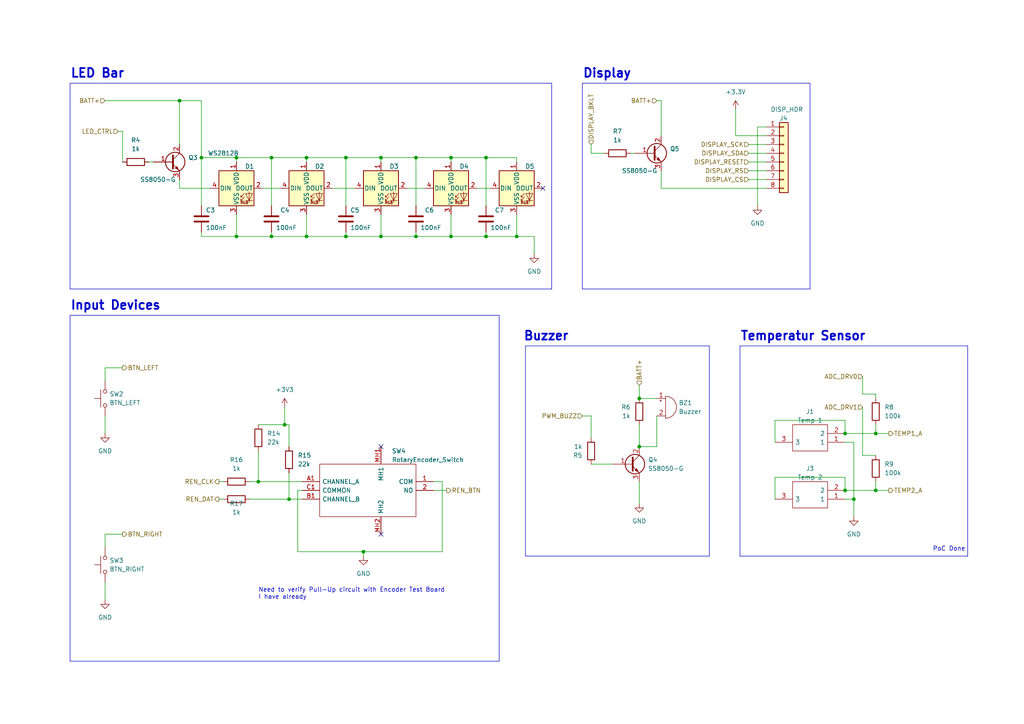
<source format=kicad_sch>
(kicad_sch (version 20230121) (generator eeschema)
  (paper "A4")
  (lib_symbols
    (symbol "Chof747 Controls:PEC12R-3120F-S0012" (pin_names (offset 0.762))
      (property "Reference" "U" (at 21.59 15.24 0))
      (property "Value" "PEC12R-3120F-S0012" (at 21.59 12.7 0))
      (symbol "PEC12R-3120F-S0012_0_0"
        (pin passive line (at 10.16 15.24 270) (length 5.08) (name "COM") (number "1"))
        (pin passive line (at 12.7 15.24 270) (length 5.08) (name "NO") (number "2"))
        (pin passive line (at 10.16 -22.86 90) (length 5.08) (name "CHANNEL_A") (number "A1"))
        (pin passive line (at 15.24 -22.86 90) (length 5.08) (name "CHANNEL_B") (number "B1"))
        (pin passive line (at 12.7 -22.86 90) (length 5.08) (name "COMMON") (number "C1"))
        (pin passive line (at 0 0 0) (length 5.08) (name "MH1") (number "MH1"))
        (pin passive line (at 25.4 0 180) (length 5.08) (name "MH2") (number "MH2"))
      )
      (symbol "PEC12R-3120F-S0012_0_1"
        (polyline (pts (xy 5.08 10.16) (xy 20.32 10.16) (xy 20.32 -17.78) (xy 5.08 -17.78) (xy 5.08 10.16)) (stroke (width 0.1524)))
      )
    )
    (symbol "Connector_Audio:MJ-2509N" (pin_names (offset 0.762))
      (property "Reference" "J" (at 16.51 7.62 0))
      (property "Value" "MJ-2509N" (at 16.51 5.08 0))
      (symbol "MJ-2509N_0_0"
        (pin passive line (at 0 0 0) (length 5.08) (name "1") (number "1"))
        (pin passive line (at 0 -2.54 0) (length 5.08) (name "2") (number "2"))
        (pin passive line (at 20.32 0 180) (length 5.08) (name "3") (number "3"))
      )
      (symbol "MJ-2509N_0_1"
        (polyline (pts (xy 5.08 2.54) (xy 15.24 2.54) (xy 15.24 -5.08) (xy 5.08 -5.08) (xy 5.08 2.54)) (stroke (width 0.1524)))
      )
    )
    (symbol "Connector_Generic:Conn_01x08" (pin_names (offset 1.016) hide)
      (property "Reference" "J" (at 0 10.16 0))
      (property "Value" "Conn_01x08" (at 0 -12.7 0))
      (symbol "Conn_01x08_1_1"
        (rectangle (start -1.27 -10.033) (end 0 -10.287) (stroke (width 0.1524)))
        (rectangle (start -1.27 -7.493) (end 0 -7.747) (stroke (width 0.1524)))
        (rectangle (start -1.27 -4.953) (end 0 -5.207) (stroke (width 0.1524)))
        (rectangle (start -1.27 -2.413) (end 0 -2.667) (stroke (width 0.1524)))
        (rectangle (start -1.27 0.127) (end 0 -0.127) (stroke (width 0.1524)))
        (rectangle (start -1.27 2.667) (end 0 2.413) (stroke (width 0.1524)))
        (rectangle (start -1.27 5.207) (end 0 4.953) (stroke (width 0.1524)))
        (rectangle (start -1.27 7.747) (end 0 7.493) (stroke (width 0.1524)))
        (rectangle (start -1.27 8.89) (end 1.27 -11.43) (stroke (width 0.254)) (fill (type background)))
        (pin passive line (at -5.08 7.62 0) (length 3.81) (name "Pin_1") (number "1"))
        (pin passive line (at -5.08 5.08 0) (length 3.81) (name "Pin_2") (number "2"))
        (pin passive line (at -5.08 2.54 0) (length 3.81) (name "Pin_3") (number "3"))
        (pin passive line (at -5.08 0 0) (length 3.81) (name "Pin_4") (number "4"))
        (pin passive line (at -5.08 -2.54 0) (length 3.81) (name "Pin_5") (number "5"))
        (pin passive line (at -5.08 -5.08 0) (length 3.81) (name "Pin_6") (number "6"))
        (pin passive line (at -5.08 -7.62 0) (length 3.81) (name "Pin_7") (number "7"))
        (pin passive line (at -5.08 -10.16 0) (length 3.81) (name "Pin_8") (number "8"))
      )
    )
    (symbol "Device:Buzzer" (pin_names (offset 0.0254) hide)
      (property "Reference" "BZ" (at 3.81 1.27 0))
      (property "Value" "Buzzer" (at 3.81 -1.27 0))
      (symbol "Buzzer_0_1"
        (arc (start 0 -3.175) (mid 3.1612 0) (end 0 3.175))
        (polyline (pts (xy -1.651 1.905) (xy -1.143 1.905)))
        (polyline (pts (xy -1.397 2.159) (xy -1.397 1.651)))
        (polyline (pts (xy 0 3.175) (xy 0 -3.175)))
      )
      (symbol "Buzzer_1_1"
        (pin passive line (at -2.54 2.54 0) (length 2.54) (name "-") (number "1"))
        (pin passive line (at -2.54 -2.54 0) (length 2.54) (name "+") (number "2"))
      )
    )
    (symbol "Device:C" (pin_numbers hide) (pin_names (offset 0.254))
      (property "Reference" "C" (at 0.635 2.54 0))
      (property "Value" "C" (at 0.635 -2.54 0))
      (symbol "C_0_1"
        (polyline (pts (xy -2.032 -0.762) (xy 2.032 -0.762)) (stroke (width 0.508)))
        (polyline (pts (xy -2.032 0.762) (xy 2.032 0.762)) (stroke (width 0.508)))
      )
      (symbol "C_1_1"
        (pin passive line (at 0 3.81 270) (length 2.794) (name "~") (number "1"))
        (pin passive line (at 0 -3.81 90) (length 2.794) (name "~") (number "2"))
      )
    )
    (symbol "Device:Q_NPN_BCE" (pin_names (offset 0) hide)
      (property "Reference" "Q" (at 5.08 1.27 0))
      (property "Value" "Q_NPN_BCE" (at 5.08 -1.27 0))
      (symbol "Q_NPN_BCE_0_1"
        (polyline (pts (xy 0.635 0.635) (xy 2.54 2.54)))
        (polyline (pts (xy 0.635 -0.635) (xy 2.54 -2.54) (xy 2.54 -2.54)))
        (polyline (pts (xy 0.635 1.905) (xy 0.635 -1.905) (xy 0.635 -1.905)) (stroke (width 0.508)))
        (polyline (pts (xy 1.27 -1.778) (xy 1.778 -1.27) (xy 2.286 -2.286) (xy 1.27 -1.778) (xy 1.27 -1.778)) (fill (type outline)))
        (circle (center 1.27 0) (radius 2.8194) (stroke (width 0.254)))
      )
      (symbol "Q_NPN_BCE_1_1"
        (pin input line (at -5.08 0 0) (length 5.715) (name "B") (number "1"))
        (pin passive line (at 2.54 5.08 270) (length 2.54) (name "C") (number "2"))
        (pin passive line (at 2.54 -5.08 90) (length 2.54) (name "E") (number "3"))
      )
    )
    (symbol "Device:R" (pin_numbers hide) (pin_names (offset 0))
      (property "Reference" "R" (at 2.032 0 90))
      (property "Value" "R" (at 0 0 90))
      (symbol "R_0_1"
        (rectangle (start -1.016 -2.54) (end 1.016 2.54) (stroke (width 0.254)))
      )
      (symbol "R_1_1"
        (pin passive line (at 0 3.81 270) (length 1.27) (name "~") (number "1"))
        (pin passive line (at 0 -3.81 90) (length 1.27) (name "~") (number "2"))
      )
    )
    (symbol "LED:WS2812B" (pin_names (offset 0.254))
      (property "Reference" "D" (at 5.08 5.715 0))
      (property "Value" "WS2812B" (at 1.27 -5.715 0))
      (symbol "WS2812B_0_0"
        (text "RGB" (at 2.286 -4.191 0) (effects (font (size 0.762 0.762))))
      )
      (symbol "WS2812B_0_1"
        (polyline (pts (xy 1.27 -3.556) (xy 1.778 -3.556)))
        (polyline (pts (xy 1.27 -2.54) (xy 1.778 -2.54)))
        (polyline (pts (xy 4.699 -3.556) (xy 2.667 -3.556)))
        (polyline (pts (xy 2.286 -2.54) (xy 1.27 -3.556) (xy 1.27 -3.048)))
        (polyline (pts (xy 2.286 -1.524) (xy 1.27 -2.54) (xy 1.27 -2.032)))
        (polyline (pts (xy 3.683 -1.016) (xy 3.683 -3.556) (xy 3.683 -4.064)))
        (polyline (pts (xy 4.699 -1.524) (xy 2.667 -1.524) (xy 3.683 -3.556) (xy 4.699 -1.524)))
        (rectangle (start 5.08 5.08) (end -5.08 -5.08) (stroke (width 0.254)) (fill (type background)))
      )
      (symbol "WS2812B_1_1"
        (pin power_in line (at 0 7.62 270) (length 2.54) (name "VDD") (number "1"))
        (pin output line (at 7.62 0 180) (length 2.54) (name "DOUT") (number "2"))
        (pin power_in line (at 0 -7.62 90) (length 2.54) (name "VSS") (number "3"))
        (pin input line (at -7.62 0 0) (length 2.54) (name "DIN") (number "4"))
      )
    )
    (symbol "Switch:SW_Push" (pin_numbers hide) (pin_names (offset 1.016) hide)
      (property "Reference" "SW" (at 1.27 2.54 0))
      (property "Value" "SW_Push" (at 0 -1.524 0))
      (symbol "SW_Push_0_1"
        (circle (center -2.032 0) (radius 0.508))
        (polyline (pts (xy 0 1.27) (xy 0 3.048)))
        (polyline (pts (xy 2.54 1.27) (xy -2.54 1.27)))
        (circle (center 2.032 0) (radius 0.508))
        (pin passive line (at -5.08 0 0) (length 2.54) (name "1") (number "1"))
        (pin passive line (at 5.08 0 180) (length 2.54) (name "2") (number "2"))
      )
    )
    (symbol "power:+3.3V" (power) (pin_names (offset 0))
      (property "Value" "+3.3V" (at 0 3.556 0))
      (symbol "+3.3V_0_1"
        (polyline (pts (xy -0.762 1.27) (xy 0 2.54)))
        (polyline (pts (xy 0 0) (xy 0 2.54)))
        (polyline (pts (xy 0 2.54) (xy 0.762 1.27)))
      )
      (symbol "+3.3V_1_1"
        (pin power_in line (at 0 0 90) (length 0) hide (name "+3.3V") (number "1"))
      )
    )
    (symbol "power:+3V3" (power) (pin_names (offset 0))
      (property "Value" "+3V3" (at 0 3.556 0))
      (symbol "+3V3_0_1"
        (polyline (pts (xy -0.762 1.27) (xy 0 2.54)))
        (polyline (pts (xy 0 0) (xy 0 2.54)))
        (polyline (pts (xy 0 2.54) (xy 0.762 1.27)))
      )
      (symbol "+3V3_1_1"
        (pin power_in line (at 0 0 90) (length 0) hide (name "+3V3") (number "1"))
      )
    )
    (symbol "power:GND" (power) (pin_names (offset 0))
      (property "Value" "GND" (at 0 -3.81 0))
      (symbol "GND_0_1"
        (polyline (pts (xy 0 0) (xy 0 -1.27) (xy 1.27 -1.27) (xy 0 -2.54) (xy -1.27 -1.27) (xy 0 -1.27)))
      )
      (symbol "GND_1_1"
        (pin power_in line (at 0 0 270) (length 0) hide (name "GND") (number "1"))
      )
    )
  )
  (junction (at 185.42 129.54))
  (junction (at 78.74 45.72))
  (junction (at 245.11 142.24))
  (junction (at 140.97 68.58))
  (junction (at 149.86 68.58))
  (junction (at 130.81 68.58))
  (junction (at 120.65 45.72))
  (junction (at 120.65 68.58))
  (junction (at 58.42 45.72))
  (junction (at 110.49 45.72))
  (junction (at 83.82 144.78))
  (junction (at 88.9 68.58))
  (junction (at 68.58 68.58))
  (junction (at 100.33 68.58))
  (junction (at 130.81 45.72))
  (junction (at 78.74 68.58))
  (junction (at 254 125.73))
  (junction (at 74.93 139.7))
  (junction (at 88.9 45.72))
  (junction (at 110.49 68.58))
  (junction (at 100.33 45.72))
  (junction (at 245.11 125.73))
  (junction (at 254 142.24))
  (junction (at 185.42 115.57))
  (junction (at 68.58 45.72))
  (junction (at 140.97 45.72))
  (junction (at 247.65 144.78))
  (junction (at 105.41 160.02))
  (junction (at 82.55 123.19))
  (junction (at 52.07 29.21))
  (no_connect (at 110.49 129.54))
  (no_connect (at 110.49 154.94))
  (no_connect (at 157.48 54.61))
  (polyline (pts (xy 152.4 100.33) (xy 205.74 100.33)))
  (wire (pts (xy 52.07 29.21) (xy 58.42 29.21)))
  (wire (pts (xy 130.81 45.72) (xy 130.81 46.99)))
  (wire (pts (xy 245.11 121.92) (xy 245.11 125.73)))
  (wire (pts (xy 30.48 173.99) (xy 30.48 168.91)))
  (wire (pts (xy 191.77 54.61) (xy 222.25 54.61)))
  (wire (pts (xy 88.9 45.72) (xy 88.9 46.99)))
  (polyline (pts (xy 20.32 83.82) (xy 160.02 83.82)))
  (wire (pts (xy 171.45 120.65) (xy 168.91 120.65)))
  (wire (pts (xy 30.48 106.68) (xy 30.48 110.49)))
  (wire (pts (xy 245.11 138.43) (xy 245.11 142.24)))
  (wire (pts (xy 30.48 154.94) (xy 30.48 158.75)))
  (wire (pts (xy 217.17 44.45) (xy 222.25 44.45)))
  (wire (pts (xy 250.19 114.3) (xy 254 114.3)))
  (wire (pts (xy 254 114.3) (xy 254 115.57)))
  (wire (pts (xy 120.65 45.72) (xy 130.81 45.72)))
  (wire (pts (xy 100.33 45.72) (xy 110.49 45.72)))
  (wire (pts (xy 250.19 109.22) (xy 250.19 114.3)))
  (wire (pts (xy 245.11 128.27) (xy 247.65 128.27)))
  (polyline (pts (xy 214.63 161.29) (xy 280.67 161.29)))
  (wire (pts (xy 88.9 45.72) (xy 100.33 45.72)))
  (wire (pts (xy 130.81 62.23) (xy 130.81 68.58)))
  (wire (pts (xy 83.82 137.16) (xy 83.82 144.78)))
  (wire (pts (xy 217.17 41.91) (xy 222.25 41.91)))
  (wire (pts (xy 224.79 121.92) (xy 245.11 121.92)))
  (wire (pts (xy 140.97 67.31) (xy 140.97 68.58)))
  (wire (pts (xy 100.33 68.58) (xy 88.9 68.58)))
  (polyline (pts (xy 160.02 24.13) (xy 160.02 83.82)))
  (wire (pts (xy 68.58 45.72) (xy 68.58 46.99)))
  (wire (pts (xy 185.42 139.7) (xy 185.42 146.05)))
  (wire (pts (xy 83.82 129.54) (xy 83.82 123.19)))
  (wire (pts (xy 191.77 49.53) (xy 191.77 54.61)))
  (wire (pts (xy 254 139.7) (xy 254 142.24)))
  (wire (pts (xy 120.65 67.31) (xy 120.65 68.58)))
  (wire (pts (xy 213.36 31.75) (xy 213.36 39.37)))
  (wire (pts (xy 72.39 139.7) (xy 74.93 139.7)))
  (wire (pts (xy 254 132.08) (xy 250.19 132.08)))
  (wire (pts (xy 78.74 67.31) (xy 78.74 68.58)))
  (wire (pts (xy 52.07 52.07) (xy 52.07 54.61)))
  (polyline (pts (xy 234.95 83.82) (xy 234.95 24.13)))
  (wire (pts (xy 247.65 128.27) (xy 247.65 144.78)))
  (wire (pts (xy 130.81 68.58) (xy 120.65 68.58)))
  (wire (pts (xy 125.73 142.24) (xy 129.54 142.24)))
  (wire (pts (xy 128.27 160.02) (xy 105.41 160.02)))
  (wire (pts (xy 34.29 38.1) (xy 35.56 38.1)))
  (wire (pts (xy 110.49 45.72) (xy 120.65 45.72)))
  (wire (pts (xy 86.36 142.24) (xy 86.36 160.02)))
  (wire (pts (xy 254 142.24) (xy 257.81 142.24)))
  (polyline (pts (xy 20.32 91.44) (xy 144.78 91.44)))
  (wire (pts (xy 171.45 41.91) (xy 171.45 44.45)))
  (wire (pts (xy 35.56 154.94) (xy 30.48 154.94)))
  (wire (pts (xy 224.79 144.78) (xy 224.79 138.43)))
  (wire (pts (xy 83.82 144.78) (xy 87.63 144.78)))
  (wire (pts (xy 149.86 68.58) (xy 140.97 68.58)))
  (wire (pts (xy 72.39 144.78) (xy 83.82 144.78)))
  (wire (pts (xy 43.18 46.99) (xy 44.45 46.99)))
  (wire (pts (xy 120.65 45.72) (xy 120.65 59.69)))
  (wire (pts (xy 149.86 46.99) (xy 149.86 45.72)))
  (wire (pts (xy 245.11 142.24) (xy 254 142.24)))
  (wire (pts (xy 171.45 134.62) (xy 177.8 134.62)))
  (wire (pts (xy 190.5 120.65) (xy 190.5 129.54)))
  (wire (pts (xy 58.42 45.72) (xy 58.42 59.69)))
  (wire (pts (xy 245.11 125.73) (xy 254 125.73)))
  (wire (pts (xy 87.63 142.24) (xy 86.36 142.24)))
  (wire (pts (xy 83.82 123.19) (xy 82.55 123.19)))
  (wire (pts (xy 58.42 67.31) (xy 58.42 68.58)))
  (wire (pts (xy 78.74 45.72) (xy 88.9 45.72)))
  (wire (pts (xy 191.77 29.21) (xy 191.77 39.37)))
  (polyline (pts (xy 168.91 83.82) (xy 234.95 83.82)))
  (wire (pts (xy 74.93 139.7) (xy 87.63 139.7)))
  (polyline (pts (xy 205.74 161.29) (xy 152.4 161.29)))
  (wire (pts (xy 52.07 54.61) (xy 60.96 54.61)))
  (wire (pts (xy 217.17 52.07) (xy 222.25 52.07)))
  (polyline (pts (xy 152.4 100.33) (xy 152.4 161.29)))
  (wire (pts (xy 58.42 45.72) (xy 68.58 45.72)))
  (wire (pts (xy 190.5 29.21) (xy 191.77 29.21)))
  (wire (pts (xy 30.48 29.21) (xy 52.07 29.21)))
  (wire (pts (xy 254 125.73) (xy 257.81 125.73)))
  (wire (pts (xy 58.42 29.21) (xy 58.42 45.72)))
  (polyline (pts (xy 168.91 24.13) (xy 234.95 24.13)))
  (wire (pts (xy 247.65 144.78) (xy 247.65 149.86)))
  (wire (pts (xy 140.97 68.58) (xy 130.81 68.58)))
  (polyline (pts (xy 20.32 24.13) (xy 160.02 24.13)))
  (wire (pts (xy 82.55 118.11) (xy 82.55 123.19)))
  (polyline (pts (xy 214.63 100.33) (xy 214.63 161.29)))
  (wire (pts (xy 52.07 29.21) (xy 52.07 41.91)))
  (wire (pts (xy 171.45 44.45) (xy 175.26 44.45)))
  (wire (pts (xy 86.36 160.02) (xy 105.41 160.02)))
  (wire (pts (xy 82.55 123.19) (xy 74.93 123.19)))
  (polyline (pts (xy 205.74 100.33) (xy 205.74 161.29)))
  (wire (pts (xy 185.42 115.57) (xy 190.5 115.57)))
  (wire (pts (xy 35.56 106.68) (xy 30.48 106.68)))
  (wire (pts (xy 68.58 62.23) (xy 68.58 68.58)))
  (wire (pts (xy 217.17 49.53) (xy 222.25 49.53)))
  (wire (pts (xy 120.65 68.58) (xy 110.49 68.58)))
  (wire (pts (xy 118.11 54.61) (xy 123.19 54.61)))
  (wire (pts (xy 105.41 161.29) (xy 105.41 160.02)))
  (wire (pts (xy 130.81 45.72) (xy 140.97 45.72)))
  (wire (pts (xy 125.73 139.7) (xy 128.27 139.7)))
  (wire (pts (xy 219.71 36.83) (xy 222.25 36.83)))
  (polyline (pts (xy 20.32 191.77) (xy 144.78 191.77)))
  (wire (pts (xy 110.49 68.58) (xy 100.33 68.58)))
  (polyline (pts (xy 214.63 100.33) (xy 280.67 100.33)))
  (wire (pts (xy 88.9 62.23) (xy 88.9 68.58)))
  (wire (pts (xy 78.74 45.72) (xy 78.74 59.69)))
  (polyline (pts (xy 168.91 24.13) (xy 168.91 83.82)))
  (wire (pts (xy 138.43 54.61) (xy 142.24 54.61)))
  (wire (pts (xy 185.42 111.76) (xy 185.42 115.57)))
  (wire (pts (xy 78.74 68.58) (xy 68.58 68.58)))
  (wire (pts (xy 100.33 45.72) (xy 100.33 59.69)))
  (wire (pts (xy 128.27 160.02) (xy 128.27 139.7)))
  (wire (pts (xy 224.79 138.43) (xy 245.11 138.43)))
  (wire (pts (xy 182.88 44.45) (xy 184.15 44.45)))
  (polyline (pts (xy 20.32 91.44) (xy 20.32 191.77)))
  (polyline (pts (xy 144.78 91.44) (xy 144.78 191.77)))
  (wire (pts (xy 254 123.19) (xy 254 125.73)))
  (wire (pts (xy 250.19 118.11) (xy 250.19 132.08)))
  (wire (pts (xy 58.42 68.58) (xy 68.58 68.58)))
  (wire (pts (xy 217.17 46.99) (xy 222.25 46.99)))
  (wire (pts (xy 245.11 144.78) (xy 247.65 144.78)))
  (wire (pts (xy 96.52 54.61) (xy 102.87 54.61)))
  (wire (pts (xy 68.58 45.72) (xy 78.74 45.72)))
  (wire (pts (xy 35.56 38.1) (xy 35.56 46.99)))
  (wire (pts (xy 110.49 45.72) (xy 110.49 46.99)))
  (wire (pts (xy 63.5 144.78) (xy 64.77 144.78)))
  (wire (pts (xy 88.9 68.58) (xy 78.74 68.58)))
  (wire (pts (xy 149.86 62.23) (xy 149.86 68.58)))
  (wire (pts (xy 190.5 129.54) (xy 185.42 129.54)))
  (wire (pts (xy 224.79 128.27) (xy 224.79 121.92)))
  (wire (pts (xy 219.71 59.69) (xy 219.71 36.83)))
  (wire (pts (xy 154.94 68.58) (xy 149.86 68.58)))
  (wire (pts (xy 100.33 67.31) (xy 100.33 68.58)))
  (wire (pts (xy 149.86 45.72) (xy 140.97 45.72)))
  (wire (pts (xy 213.36 39.37) (xy 222.25 39.37)))
  (polyline (pts (xy 20.32 24.13) (xy 20.32 83.82)))
  (wire (pts (xy 30.48 125.73) (xy 30.48 120.65)))
  (wire (pts (xy 185.42 123.19) (xy 185.42 129.54)))
  (wire (pts (xy 110.49 62.23) (xy 110.49 68.58)))
  (wire (pts (xy 171.45 120.65) (xy 171.45 127)))
  (wire (pts (xy 74.93 130.81) (xy 74.93 139.7)))
  (wire (pts (xy 140.97 45.72) (xy 140.97 59.69)))
  (wire (pts (xy 154.94 73.66) (xy 154.94 68.58)))
  (wire (pts (xy 63.5 139.7) (xy 64.77 139.7)))
  (wire (pts (xy 76.2 54.61) (xy 81.28 54.61)))
  (polyline (pts (xy 280.67 161.29) (xy 280.67 100.33)))
  (text "PoC Done" (at 270.51 160.02 0) (effects (font (size 1.27 1.27)) (justify left bottom)))
  (text "LED Bar" (at 20.32 22.86 0) (effects (font (size 2.54 2.54) (thickness 0.508) bold) (justify left bottom)))
  (text "Input Devices" (at 20.32 90.17 0) (effects (font (size 2.54 2.54) (thickness 0.508) bold) (justify left bottom)))
  (text "Display" (at 168.91 22.86 0) (effects (font (size 2.54 2.54) (thickness 0.508) bold) (justify left bottom)))
  (text "Need to verify Pull-Up circuit with Encoder Test Board \nI have already" (at 74.93 173.99 0) (effects (font (size 1.27 1.27)) (justify left bottom)))
  (text "Temperatur Sensor" (at 214.63 99.06 0) (effects (font (size 2.54 2.54) (thickness 0.508) bold) (justify left bottom)))
  (text "Buzzer\n" (at 165.1 99.06 0) (effects (font (size 2.54 2.54) (thickness 0.508) bold) (justify right bottom)))
  (hierarchical_label "BATT+" (shape input) (at 185.42 111.76 90))
  (hierarchical_label "DISPLAY_BKLT" (shape input) (at 171.45 41.91 90))
  (hierarchical_label "BATT+" (shape input) (at 30.48 29.21 180))
  (hierarchical_label "DISPLAY_SCK" (shape input) (at 217.17 41.91 180))
  (hierarchical_label "BTN_RIGHT" (shape output) (at 35.56 154.94 0))
  (hierarchical_label "REN_BTN" (shape output) (at 129.54 142.24 0))
  (hierarchical_label "PWM_BUZZ" (shape input) (at 168.91 120.65 180))
  (hierarchical_label "DISPLAY_SDA" (shape input) (at 217.17 44.45 180))
  (hierarchical_label "REN_CLK" (shape output) (at 63.5 139.7 180))
  (hierarchical_label "TEMP2_A" (shape output) (at 257.81 142.24 0))
  (hierarchical_label "REN_DAT" (shape output) (at 63.5 144.78 180))
  (hierarchical_label "ADC_DRV1" (shape input) (at 250.19 118.11 180))
  (hierarchical_label "DISPLAY_CS" (shape input) (at 217.17 52.07 180))
  (hierarchical_label "BATT+" (shape input) (at 190.5 29.21 180))
  (hierarchical_label "TEMP1_A" (shape output) (at 257.81 125.73 0))
  (hierarchical_label "ADC_DRV0" (shape input) (at 250.19 109.22 180))
  (hierarchical_label "BTN_LEFT" (shape output) (at 35.56 106.68 0))
  (hierarchical_label "DISPLAY_RS" (shape input) (at 217.17 49.53 180))
  (hierarchical_label "DISPLAY_RESET" (shape input) (at 217.17 46.99 180))
  (hierarchical_label "LED_CTRL" (shape input) (at 34.29 38.1 180))
  (symbol (lib_id "Device:R") (at 171.45 130.81 0) (unit 1)
    (property "Reference" "R5" (at 168.91 132.0801 0) (effects (justify right)))
    (property "Value" "1k" (at 168.91 129.5401 0) (effects (justify right)))
    (property "Footprint" "Resistor_SMD:R_0603_1608Metric_Pad0.98x0.95mm_HandSolder" (effects hide))
  )
  (symbol (lib_id "Device:Buzzer") (at 193.04 118.11 0) (unit 1)
    (property "Reference" "BZ1" (at 196.85 116.8399 0) (effects (justify left)))
    (property "Value" "Buzzer" (at 196.85 119.3799 0) (effects (justify left)))
    (property "Footprint" "footprints:PS1240P02BT" (effects hide))
  )
  (symbol (lib_id "power:GND") (at 30.48 173.99 0) (unit 1)
    (property "Reference" "#PWR02" (effects hide))
    (property "Value" "GND" (at 30.48 179.07 0))
  )
  (symbol (lib_id "power:GND") (at 247.65 149.86 0) (unit 1)
    (property "Reference" "#PWR06" (effects hide))
    (property "Value" "GND" (at 247.65 154.94 0))
  )
  (symbol (lib_id "Device:C") (at 58.42 63.5 0) (unit 1)
    (property "Reference" "C3" (at 59.69 60.96 0) (effects (justify left)))
    (property "Value" "100nF" (at 59.69 66.04 0) (effects (justify left)))
    (property "Footprint" "Capacitor_SMD:C_0603_1608Metric_Pad1.08x0.95mm_HandSolder" (effects hide))
  )
  (symbol (lib_id "Connector_Audio:MJ-2509N") (at 245.11 128.27 180) (unit 1)
    (property "Reference" "J1" (at 234.95 119.38 0))
    (property "Value" "Temp 1" (at 234.95 121.92 0))
    (property "Footprint" "MJ2509N" (effects hide))
    (property "Datasheet" "https://www.cui.com/product/resource/digikeypdf/mj-2509n.pdf" (effects hide))
    (property "Description" "Phone Connectors Audio Jacks" (effects hide))
    (property "Height" "5" (effects hide))
    (property "Manufacturer_Name" "CUI Inc." (effects hide))
    (property "Manufacturer_Part_Number" "MJ-2509N" (effects hide))
    (property "Mouser Part Number" "490-MJ-2509N" (effects hide))
    (property "Mouser Price/Stock" "https://www.mouser.co.uk/ProductDetail/CUI-Devices/MJ-2509N?qs=WyjlAZoYn53PDc56LTmBGw%3D%3D" (effects hide))
    (property "Arrow Part Number" "MJ-2509N" (effects hide))
    (property "Arrow Price/Stock" "https://www.arrow.com/en/products/mj-2509n/cui-inc" (effects hide))
  )
  (symbol (lib_id "Device:Q_NPN_BCE") (at 182.88 134.62 0) (unit 1)
    (property "Reference" "Q4" (at 187.96 133.3499 0) (effects (justify left)))
    (property "Value" "SS8050-G" (at 187.96 135.8899 0) (effects (justify left)))
    (property "Footprint" "Package_TO_SOT_SMD:SOT-23" (effects hide))
  )
  (symbol (lib_id "LED:WS2812B") (at 130.81 54.61 0) (unit 1)
    (property "Reference" "D4" (at 134.62 48.26 0))
    (property "Value" "WS2812B" (effects hide))
    (property "Footprint" "LED_SMD:LED_WS2812B_PLCC4_5.0x5.0mm_P3.2mm" (effects hide))
    (property "Datasheet" "https://cdn-shop.adafruit.com/datasheets/WS2812B.pdf" (effects hide))
  )
  (symbol (lib_id "Device:R") (at 68.58 139.7 90) (unit 1)
    (property "Reference" "R16" (at 68.58 133.35 90))
    (property "Value" "1k" (at 68.58 135.89 90))
    (property "Footprint" "Resistor_SMD:R_0603_1608Metric_Pad0.98x0.95mm_HandSolder" (effects hide))
  )
  (symbol (lib_id "power:GND") (at 105.41 161.29 0) (unit 1)
    (property "Reference" "#PWR03" (effects hide))
    (property "Value" "GND" (at 105.41 166.37 0))
  )
  (symbol (lib_id "power:GND") (at 185.42 146.05 0) (unit 1)
    (property "Reference" "#PWR04" (effects hide))
    (property "Value" "GND" (at 185.42 151.13 0))
  )
  (symbol (lib_id "Device:C") (at 140.97 63.5 0) (unit 1)
    (property "Reference" "C7" (at 143.51 60.96 0) (effects (justify left)))
    (property "Value" "100nF" (at 142.24 66.04 0) (effects (justify left)))
    (property "Footprint" "Capacitor_SMD:C_0603_1608Metric_Pad1.08x0.95mm_HandSolder" (effects hide))
  )
  (symbol (lib_id "Device:R") (at 39.37 46.99 270) (unit 1)
    (property "Reference" "R4" (at 39.37 40.64 90))
    (property "Value" "1k" (at 39.37 43.18 90))
    (property "Footprint" "Resistor_SMD:R_0603_1608Metric_Pad0.98x0.95mm_HandSolder" (effects hide))
  )
  (symbol (lib_id "Chof747 Controls:PEC12R-3120F-S0012") (at 110.49 129.54 270) (unit 1)
    (property "Reference" "SW4" (at 113.6397 130.81 90) (effects (justify left)))
    (property "Value" "RotaryEncoder_Switch" (at 113.6397 133.35 90) (effects (justify left)))
    (property "Footprint" "PEC12R3120FS0012" (effects hide))
    (property "Datasheet" "https://www.arrow.com/en/products/pec12r-3120f-s0012/bourns" (effects hide))
    (property "Description" "Mechanical Encoder Rotary Incremental Flat 0.007N.m Straight Quadrature Digital Square Wave 12PPR Through Hole PC Pin" (effects hide))
    (property "Height" "20.5" (effects hide))
    (property "Manufacturer_Name" "Bourns" (effects hide))
    (property "Manufacturer_Part_Number" "PEC12R-3120F-S0012" (effects hide))
    (property "Mouser Part Number" "652-PEC12R3120FS0012" (effects hide))
    (property "Mouser Price/Stock" "https://www.mouser.co.uk/ProductDetail/Bourns/PEC12R-3120F-S0012?qs=pxDZlBjcsCjFUuSVctIWgw%3D%3D" (effects hide))
    (property "Arrow Part Number" "PEC12R-3120F-S0012" (effects hide))
    (property "Arrow Price/Stock" "https://www.arrow.com/en/products/pec12r-3120f-s0012/bourns?region=nac" (effects hide))
  )
  (symbol (lib_id "power:GND") (at 30.48 125.73 0) (unit 1)
    (property "Reference" "#PWR01" (effects hide))
    (property "Value" "GND" (at 30.48 130.81 0))
  )
  (symbol (lib_id "power:+3V3") (at 82.55 118.11 0) (unit 1)
    (property "Reference" "#PWR0107" (effects hide))
    (property "Value" "+3V3" (at 82.55 113.03 0))
  )
  (symbol (lib_id "LED:WS2812B") (at 88.9 54.61 0) (unit 1)
    (property "Reference" "D2" (at 92.71 48.26 0))
    (property "Value" "WS2812B" (effects hide))
    (property "Footprint" "LED_SMD:LED_WS2812B_PLCC4_5.0x5.0mm_P3.2mm" (effects hide))
    (property "Datasheet" "https://cdn-shop.adafruit.com/datasheets/WS2812B.pdf" (effects hide))
  )
  (symbol (lib_id "Device:R") (at 254 135.89 0) (unit 1)
    (property "Reference" "R9" (at 256.54 134.6199 0) (effects (justify left)))
    (property "Value" "100k" (at 256.54 137.1599 0) (effects (justify left)))
    (property "Footprint" "Resistor_SMD:R_0603_1608Metric_Pad0.98x0.95mm_HandSolder" (effects hide))
  )
  (symbol (lib_id "Device:Q_NPN_BCE") (at 189.23 44.45 0) (unit 1)
    (property "Reference" "Q5" (at 194.31 43.1799 0) (effects (justify left)))
    (property "Value" "SS8050-G" (at 180.34 49.53 0) (effects (justify left)))
    (property "Footprint" "Package_TO_SOT_SMD:SOT-23" (effects hide))
  )
  (symbol (lib_id "Connector_Generic:Conn_01x08") (at 227.33 44.45 0) (unit 1)
    (property "Reference" "J4" (at 226.06 34.29 0) (effects (justify left)))
    (property "Value" "DISP_HDR" (at 223.52 31.75 0) (effects (justify left)))
    (property "Footprint" "Connector_PinHeader_2.54mm:PinHeader_1x08_P2.54mm_Vertical" (effects hide))
  )
  (symbol (lib_id "Device:C") (at 100.33 63.5 0) (unit 1)
    (property "Reference" "C5" (at 101.6 60.96 0) (effects (justify left)))
    (property "Value" "100nF" (at 101.6 66.04 0) (effects (justify left)))
    (property "Footprint" "Capacitor_SMD:C_0603_1608Metric_Pad1.08x0.95mm_HandSolder" (effects hide))
  )
  (symbol (lib_id "LED:WS2812B") (at 68.58 54.61 0) (unit 1)
    (property "Reference" "D1" (at 72.39 48.26 0))
    (property "Value" "WS2812B" (at 64.77 44.45 0))
    (property "Footprint" "LED_SMD:LED_WS2812B_PLCC4_5.0x5.0mm_P3.2mm" (effects hide))
    (property "Datasheet" "https://cdn-shop.adafruit.com/datasheets/WS2812B.pdf" (effects hide))
  )
  (symbol (lib_id "Device:R") (at 179.07 44.45 270) (unit 1)
    (property "Reference" "R7" (at 179.07 38.1 90))
    (property "Value" "1k" (at 179.07 40.64 90))
    (property "Footprint" "Resistor_SMD:R_0603_1608Metric_Pad0.98x0.95mm_HandSolder" (effects hide))
  )
  (symbol (lib_id "Device:Q_NPN_BCE") (at 49.53 46.99 0) (unit 1)
    (property "Reference" "Q3" (at 54.61 45.7199 0) (effects (justify left)))
    (property "Value" "SS8050-G" (at 40.64 52.07 0) (effects (justify left)))
    (property "Footprint" "Package_TO_SOT_SMD:SOT-23" (effects hide))
  )
  (symbol (lib_id "Device:R") (at 74.93 127 180) (unit 1)
    (property "Reference" "R14" (at 77.47 125.7299 0) (effects (justify right)))
    (property "Value" "22k" (at 77.47 128.2699 0) (effects (justify right)))
    (property "Footprint" "Resistor_SMD:R_0603_1608Metric_Pad0.98x0.95mm_HandSolder" (effects hide))
  )
  (symbol (lib_id "Device:R") (at 254 119.38 0) (unit 1)
    (property "Reference" "R8" (at 256.54 118.1099 0) (effects (justify left)))
    (property "Value" "100k" (at 256.54 120.6499 0) (effects (justify left)))
    (property "Footprint" "Resistor_SMD:R_0603_1608Metric_Pad0.98x0.95mm_HandSolder" (effects hide))
  )
  (symbol (lib_id "Device:C") (at 120.65 63.5 0) (unit 1)
    (property "Reference" "C6" (at 123.19 60.96 0) (effects (justify left)))
    (property "Value" "100nF" (at 121.92 66.04 0) (effects (justify left)))
    (property "Footprint" "Capacitor_SMD:C_0603_1608Metric_Pad1.08x0.95mm_HandSolder" (effects hide))
  )
  (symbol (lib_id "Switch:SW_Push") (at 30.48 163.83 90) (unit 1)
    (property "Reference" "SW3" (at 31.75 162.5599 90) (effects (justify right)))
    (property "Value" "BTN_RIGHT" (at 31.75 165.0999 90) (effects (justify right)))
    (property "Footprint" "Button_Switch_THT:SW_PUSH_6mm" (effects hide))
  )
  (symbol (lib_id "Device:R") (at 185.42 119.38 0) (mirror x) (unit 1)
    (property "Reference" "R6" (at 182.88 118.1099 0) (effects (justify right)))
    (property "Value" "1k" (at 182.88 120.6499 0) (effects (justify right)))
    (property "Footprint" "Resistor_SMD:R_0603_1608Metric_Pad0.98x0.95mm_HandSolder" (effects hide))
  )
  (symbol (lib_id "LED:WS2812B") (at 110.49 54.61 0) (unit 1)
    (property "Reference" "D3" (at 114.3 48.26 0))
    (property "Value" "WS2812B" (effects hide))
    (property "Footprint" "LED_SMD:LED_WS2812B_PLCC4_5.0x5.0mm_P3.2mm" (effects hide))
    (property "Datasheet" "https://cdn-shop.adafruit.com/datasheets/WS2812B.pdf" (effects hide))
  )
  (symbol (lib_id "power:GND") (at 154.94 73.66 0) (unit 1)
    (property "Reference" "#PWR05" (effects hide))
    (property "Value" "GND" (at 154.94 78.74 0))
  )
  (symbol (lib_id "Connector_Audio:MJ-2509N") (at 245.11 144.78 180) (unit 1)
    (property "Reference" "J3" (at 234.95 135.89 0))
    (property "Value" "Temp 2" (at 234.95 138.43 0))
    (property "Footprint" "MJ2509N" (effects hide))
    (property "Datasheet" "https://www.cui.com/product/resource/digikeypdf/mj-2509n.pdf" (effects hide))
    (property "Description" "Phone Connectors Audio Jacks" (effects hide))
    (property "Height" "5" (effects hide))
    (property "Manufacturer_Name" "CUI Inc." (effects hide))
    (property "Manufacturer_Part_Number" "MJ-2509N" (effects hide))
    (property "Mouser Part Number" "490-MJ-2509N" (effects hide))
    (property "Mouser Price/Stock" "https://www.mouser.co.uk/ProductDetail/CUI-Devices/MJ-2509N?qs=WyjlAZoYn53PDc56LTmBGw%3D%3D" (effects hide))
    (property "Arrow Part Number" "MJ-2509N" (effects hide))
    (property "Arrow Price/Stock" "https://www.arrow.com/en/products/mj-2509n/cui-inc" (effects hide))
  )
  (symbol (lib_id "power:+3.3V") (at 213.36 31.75 0) (unit 1)
    (property "Reference" "#PWR07" (effects hide))
    (property "Value" "+3.3V" (at 213.36 26.67 0))
  )
  (symbol (lib_id "Device:R") (at 68.58 144.78 90) (unit 1)
    (property "Reference" "R17" (at 68.58 146.05 90))
    (property "Value" "1k" (at 68.58 148.59 90))
    (property "Footprint" "Resistor_SMD:R_0603_1608Metric_Pad0.98x0.95mm_HandSolder" (effects hide))
  )
  (symbol (lib_id "LED:WS2812B") (at 149.86 54.61 0) (unit 1)
    (property "Reference" "D5" (at 153.67 48.26 0))
    (property "Value" "WS2812B" (effects hide))
    (property "Footprint" "LED_SMD:LED_WS2812B_PLCC4_5.0x5.0mm_P3.2mm" (effects hide))
    (property "Datasheet" "https://cdn-shop.adafruit.com/datasheets/WS2812B.pdf" (effects hide))
  )
  (symbol (lib_id "Device:C") (at 78.74 63.5 0) (unit 1)
    (property "Reference" "C4" (at 81.28 60.96 0) (effects (justify left)))
    (property "Value" "100nF" (at 80.01 66.04 0) (effects (justify left)))
    (property "Footprint" "Capacitor_SMD:C_0603_1608Metric_Pad1.08x0.95mm_HandSolder" (effects hide))
  )
  (symbol (lib_id "Device:R") (at 83.82 133.35 180) (unit 1)
    (property "Reference" "R15" (at 86.36 132.0799 0) (effects (justify right)))
    (property "Value" "22k" (at 86.36 134.6199 0) (effects (justify right)))
    (property "Footprint" "Resistor_SMD:R_0603_1608Metric_Pad0.98x0.95mm_HandSolder" (effects hide))
  )
  (symbol (lib_id "power:GND") (at 219.71 59.69 0) (unit 1)
    (property "Reference" "#PWR08" (effects hide))
    (property "Value" "GND" (at 219.71 64.77 0))
  )
  (symbol (lib_id "Switch:SW_Push") (at 30.48 115.57 90) (unit 1)
    (property "Reference" "SW2" (at 31.75 114.2999 90) (effects (justify right)))
    (property "Value" "BTN_LEFT" (at 31.75 116.8399 90) (effects (justify right)))
    (property "Footprint" "Button_Switch_THT:SW_PUSH_6mm" (effects hide))
  )
)
</source>
